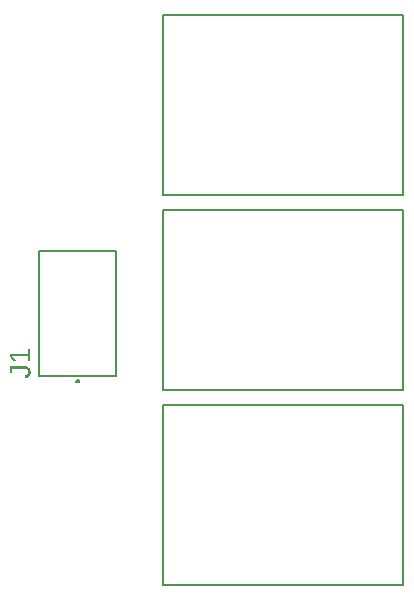
<source format=gbr>
G04 EAGLE Gerber RS-274X export*
G75*
%MOMM*%
%FSLAX34Y34*%
%LPD*%
%INSilkscreen Top*%
%IPPOS*%
%AMOC8*
5,1,8,0,0,1.08239X$1,22.5*%
G01*
G04 Define Apertures*
%ADD10C,0.127000*%
G36*
X1031867Y-443836D02*
X1029988Y-443836D01*
X1029988Y-439427D01*
X1016673Y-439427D01*
X1019461Y-443333D01*
X1017373Y-443333D01*
X1014560Y-439243D01*
X1014560Y-437203D01*
X1029988Y-437203D01*
X1029988Y-432990D01*
X1031867Y-432990D01*
X1031867Y-443836D01*
G37*
G36*
X1027568Y-457953D02*
X1027187Y-455656D01*
X1027534Y-455592D01*
X1027860Y-455511D01*
X1028168Y-455413D01*
X1028455Y-455297D01*
X1028723Y-455164D01*
X1028972Y-455014D01*
X1029201Y-454846D01*
X1029410Y-454661D01*
X1029597Y-454462D01*
X1029760Y-454250D01*
X1029897Y-454026D01*
X1030009Y-453789D01*
X1030097Y-453541D01*
X1030159Y-453280D01*
X1030196Y-453006D01*
X1030209Y-452721D01*
X1030195Y-452410D01*
X1030154Y-452116D01*
X1030085Y-451839D01*
X1029989Y-451578D01*
X1029866Y-451335D01*
X1029715Y-451108D01*
X1029536Y-450899D01*
X1029331Y-450706D01*
X1029098Y-450533D01*
X1028840Y-450384D01*
X1028557Y-450257D01*
X1028248Y-450153D01*
X1027914Y-450073D01*
X1027554Y-450015D01*
X1027168Y-449981D01*
X1026757Y-449969D01*
X1016476Y-449969D01*
X1016476Y-453298D01*
X1014560Y-453298D01*
X1014560Y-447635D01*
X1026708Y-447635D01*
X1027321Y-447657D01*
X1027900Y-447721D01*
X1028445Y-447827D01*
X1028957Y-447976D01*
X1029436Y-448168D01*
X1029881Y-448402D01*
X1030292Y-448679D01*
X1030669Y-448999D01*
X1031008Y-449355D01*
X1031301Y-449744D01*
X1031549Y-450163D01*
X1031752Y-450614D01*
X1031910Y-451097D01*
X1032022Y-451611D01*
X1032090Y-452156D01*
X1032113Y-452733D01*
X1032095Y-453269D01*
X1032042Y-453776D01*
X1031953Y-454256D01*
X1031829Y-454708D01*
X1031669Y-455132D01*
X1031474Y-455528D01*
X1031243Y-455897D01*
X1030976Y-456237D01*
X1030675Y-456549D01*
X1030337Y-456833D01*
X1029965Y-457090D01*
X1029556Y-457318D01*
X1029112Y-457519D01*
X1028633Y-457692D01*
X1028118Y-457837D01*
X1027568Y-457953D01*
G37*
D10*
X1039400Y-456433D02*
X1104400Y-456433D01*
X1104400Y-350233D01*
X1039400Y-350233D01*
X1039400Y-456433D01*
X1070900Y-460483D02*
X1070902Y-460420D01*
X1070908Y-460358D01*
X1070918Y-460296D01*
X1070931Y-460234D01*
X1070949Y-460174D01*
X1070970Y-460115D01*
X1070995Y-460057D01*
X1071024Y-460001D01*
X1071056Y-459947D01*
X1071091Y-459895D01*
X1071129Y-459846D01*
X1071171Y-459798D01*
X1071215Y-459754D01*
X1071263Y-459712D01*
X1071312Y-459674D01*
X1071364Y-459639D01*
X1071418Y-459607D01*
X1071474Y-459578D01*
X1071532Y-459553D01*
X1071591Y-459532D01*
X1071651Y-459514D01*
X1071713Y-459501D01*
X1071775Y-459491D01*
X1071837Y-459485D01*
X1071900Y-459483D01*
X1071963Y-459485D01*
X1072025Y-459491D01*
X1072087Y-459501D01*
X1072149Y-459514D01*
X1072209Y-459532D01*
X1072268Y-459553D01*
X1072326Y-459578D01*
X1072382Y-459607D01*
X1072436Y-459639D01*
X1072488Y-459674D01*
X1072537Y-459712D01*
X1072585Y-459754D01*
X1072629Y-459798D01*
X1072671Y-459846D01*
X1072709Y-459895D01*
X1072744Y-459947D01*
X1072776Y-460001D01*
X1072805Y-460057D01*
X1072830Y-460115D01*
X1072851Y-460174D01*
X1072869Y-460234D01*
X1072882Y-460296D01*
X1072892Y-460358D01*
X1072898Y-460420D01*
X1072900Y-460483D01*
X1072898Y-460546D01*
X1072892Y-460608D01*
X1072882Y-460670D01*
X1072869Y-460732D01*
X1072851Y-460792D01*
X1072830Y-460851D01*
X1072805Y-460909D01*
X1072776Y-460965D01*
X1072744Y-461019D01*
X1072709Y-461071D01*
X1072671Y-461120D01*
X1072629Y-461168D01*
X1072585Y-461212D01*
X1072537Y-461254D01*
X1072488Y-461292D01*
X1072436Y-461327D01*
X1072382Y-461359D01*
X1072326Y-461388D01*
X1072268Y-461413D01*
X1072209Y-461434D01*
X1072149Y-461452D01*
X1072087Y-461465D01*
X1072025Y-461475D01*
X1071963Y-461481D01*
X1071900Y-461483D01*
X1071837Y-461481D01*
X1071775Y-461475D01*
X1071713Y-461465D01*
X1071651Y-461452D01*
X1071591Y-461434D01*
X1071532Y-461413D01*
X1071474Y-461388D01*
X1071418Y-461359D01*
X1071364Y-461327D01*
X1071312Y-461292D01*
X1071263Y-461254D01*
X1071215Y-461212D01*
X1071171Y-461168D01*
X1071129Y-461120D01*
X1071091Y-461071D01*
X1071056Y-461019D01*
X1071024Y-460965D01*
X1070995Y-460909D01*
X1070970Y-460851D01*
X1070949Y-460792D01*
X1070931Y-460732D01*
X1070918Y-460670D01*
X1070908Y-460608D01*
X1070902Y-460546D01*
X1070900Y-460483D01*
X1144300Y-480700D02*
X1144300Y-633100D01*
X1144300Y-480700D02*
X1347500Y-480700D01*
X1347500Y-633100D01*
X1144300Y-633100D01*
X1144300Y-468000D02*
X1144300Y-315600D01*
X1347500Y-315600D01*
X1347500Y-468000D01*
X1144300Y-468000D01*
X1144300Y-302900D02*
X1144300Y-150500D01*
X1347500Y-150500D01*
X1347500Y-302900D01*
X1144300Y-302900D01*
M02*

</source>
